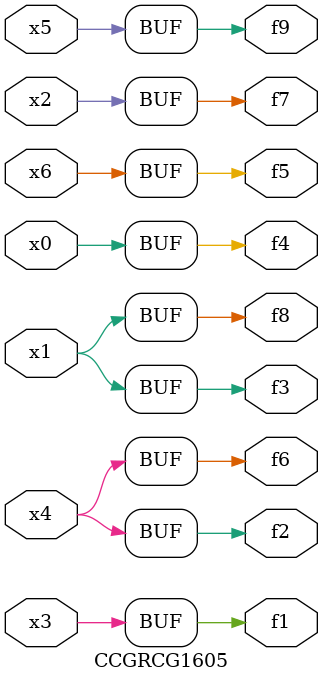
<source format=v>
module CCGRCG1605(
	input x0, x1, x2, x3, x4, x5, x6,
	output f1, f2, f3, f4, f5, f6, f7, f8, f9
);
	assign f1 = x3;
	assign f2 = x4;
	assign f3 = x1;
	assign f4 = x0;
	assign f5 = x6;
	assign f6 = x4;
	assign f7 = x2;
	assign f8 = x1;
	assign f9 = x5;
endmodule

</source>
